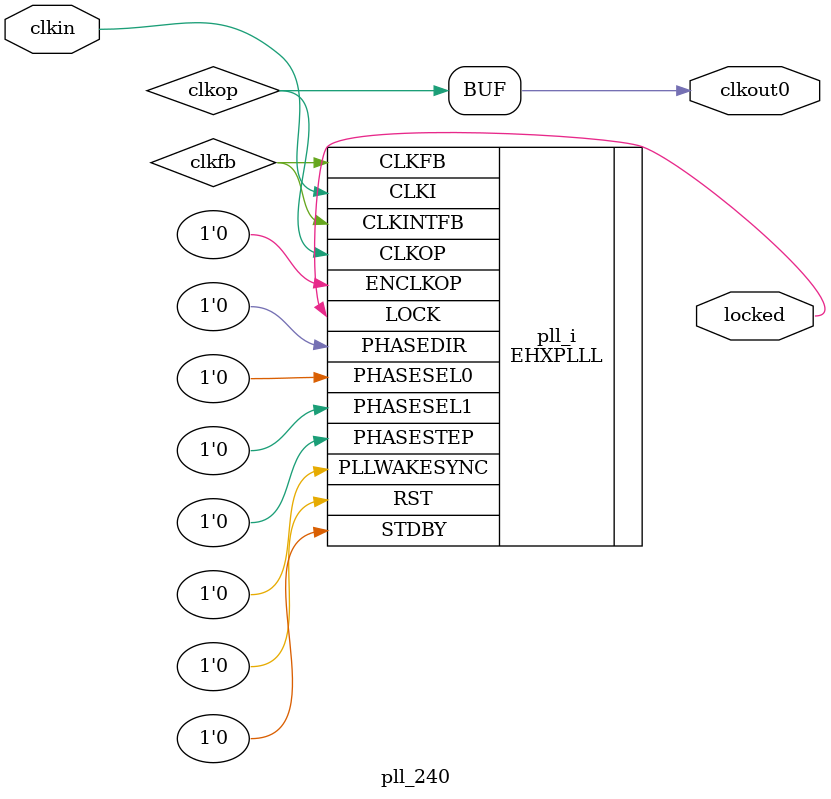
<source format=v>
module pll_240
(
    input clkin, // 25 MHz, 0 deg
    output clkout0, // 240 MHz, 0 deg
    output locked
);
wire clkfb;
wire clkos;
wire clkop;
(* ICP_CURRENT="12" *) (* LPF_RESISTOR="8" *) (* MFG_ENABLE_FILTEROPAMP="1" *) (* MFG_GMCREF_SEL="2" *)
EHXPLLL #(
        .PLLRST_ENA("DISABLED"),
        .INTFB_WAKE("DISABLED"),
        .STDBY_ENABLE("DISABLED"),
        .DPHASE_SOURCE("DISABLED"),
        .CLKOP_FPHASE(0),
        .CLKOP_CPHASE(0),
        .OUTDIVIDER_MUXA("DIVA"),
        .CLKOP_ENABLE("ENABLED"),
        .CLKOP_DIV(2),
        .CLKFB_DIV(48),
        .CLKI_DIV(5),
        .FEEDBK_PATH("INT_OP")
    ) pll_i (
        .CLKI(clkin),
        .CLKFB(clkfb),
        .CLKINTFB(clkfb),
        .CLKOP(clkop),
        .RST(1'b0),
        .STDBY(1'b0),
        .PHASESEL0(1'b0),
        .PHASESEL1(1'b0),
        .PHASEDIR(1'b0),
        .PHASESTEP(1'b0),
        .PLLWAKESYNC(1'b0),
        .ENCLKOP(1'b0),
        .LOCK(locked)
	);
assign clkout0 = clkop;
endmodule

</source>
